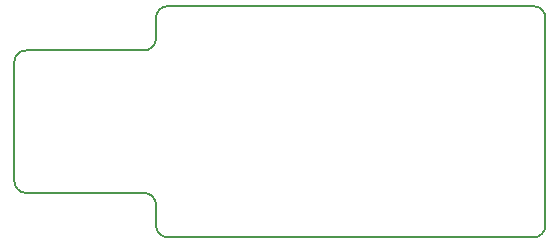
<source format=gm1>
%TF.GenerationSoftware,KiCad,Pcbnew,7.0.2-6a45011f42~172~ubuntu20.04.1*%
%TF.CreationDate,2023-04-23T21:34:22-07:00*%
%TF.ProjectId,SX1280_USB_Adapter,53583132-3830-45f5-9553-425f41646170,rev?*%
%TF.SameCoordinates,Original*%
%TF.FileFunction,Profile,NP*%
%FSLAX46Y46*%
G04 Gerber Fmt 4.6, Leading zero omitted, Abs format (unit mm)*
G04 Created by KiCad (PCBNEW 7.0.2-6a45011f42~172~ubuntu20.04.1) date 2023-04-23 21:34:22*
%MOMM*%
%LPD*%
G01*
G04 APERTURE LIST*
%TA.AperFunction,Profile*%
%ADD10C,0.150000*%
%TD*%
G04 APERTURE END LIST*
D10*
X97734893Y-108115993D02*
G75*
G03*
X96734893Y-109115993I7J-1000007D01*
G01*
X108734907Y-122935993D02*
G75*
G03*
X109734893Y-123935993I999993J-7D01*
G01*
X108734893Y-107115993D02*
X108734893Y-105365993D01*
X140716000Y-104365993D02*
X109734893Y-104365993D01*
X107734893Y-108115993D02*
G75*
G03*
X108734893Y-107115993I7J999993D01*
G01*
X96734893Y-109115993D02*
X96734893Y-119175993D01*
X140716000Y-123935993D02*
X109734893Y-123935993D01*
X141716007Y-105365993D02*
G75*
G03*
X140716000Y-104365993I-1000007J-7D01*
G01*
X107734893Y-120175993D02*
X97734893Y-120175993D01*
X108734907Y-121175993D02*
G75*
G03*
X107734893Y-120175993I-1000007J-7D01*
G01*
X96734907Y-119175993D02*
G75*
G03*
X97734893Y-120175993I999993J-7D01*
G01*
X109734893Y-104365993D02*
G75*
G03*
X108734893Y-105365993I7J-1000007D01*
G01*
X97734893Y-108115993D02*
X107734893Y-108115993D01*
X140716000Y-123936000D02*
G75*
G03*
X141716000Y-122935993I0J1000000D01*
G01*
X108734893Y-121175993D02*
X108734893Y-122935993D01*
X141716000Y-122935993D02*
X141716000Y-105365993D01*
M02*

</source>
